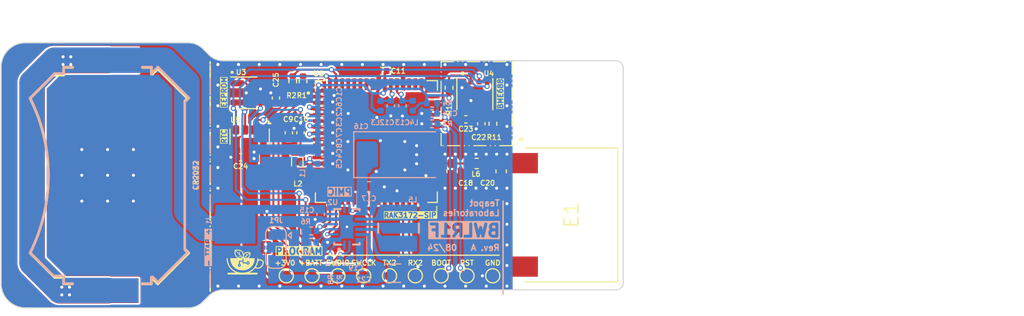
<source format=kicad_pcb>
(kicad_pcb (version 20240108) (generator "pcbnew") (generator_version "8.0")
  (title_block (title "Teapotlabs BWLR1F") (date "2024-01-09") (rev "1") (company "Teapot Laboratories"))
  (layers (0 "F.Cu" signal) (1 "In1.Cu" signal) (2 "In2.Cu" signal) (31 "B.Cu" signal) (34 "B.Paste" user) (35 "F.Paste" user) (36 "B.SilkS" user "B.Silkscreen") (37 "F.SilkS" user "F.Silkscreen") (38 "B.Mask" user) (39 "F.Mask" user) (44 "Edge.Cuts" user))
  (net 0 "")
  (net 1 "GND")
  (net 2 "+3V0")
  (net 3 "/RF")
  (net 4 "/ANT")
  (net 5 "Net-(JP1-B)")
  (net 6 "/SCL")
  (net 9 "/START")
  (net 10 "/SDA")
  (net 11 "/RX2")
  (net 12 "/TX2")
  (net 13 "/SWCLK")
  (net 14 "/SWDIO")
  (net 15 "/RST")
  (net 16 "/BOOT")
  (net 17 "/RDY")
  (net 18 "Net-(U1-VDDMPS)")
  (net 19 "Net-(U1-VFBSMPS)")
  (net 20 "/BATT+")
  (net 21 "Net-(U1-VDDRF)")
  (net 22 "Net-(U1-VDDPA)")
  (net 23 "Net-(U2-CAP)")
  (net 24 "Net-(U1-VLXSMPS)")
  (net 25 "Net-(U2-LX1)")
  (net 26 "Net-(U4-SDO)")
  (net 27 "Net-(U4-CSB)")
  (net 28 "Net-(U2-LX2)")
  (net 29 "Net-(U2-ADR)")
  (net 33 "/RTC_WKUP")
  (net 62 "/+VDP")
  (footprint "Resistor_SMD:R_0402_1005Metric" (layer "F.Cu") (at 149.557999 101.919 90)
    (property "Reference" "R12")
    (property "Value" "10K")
  )
  (footprint "bwlr1f:BAT-SMD_MY-2032-12" (layer "F.Cu") (at 115.94 110.595 -90)
    (property "Reference" "BT2")
    (property "Value" "Battery_Cell")
  )
  (footprint "Capacitor_SMD:C_0603_1608Metric" (layer "F.Cu") (at 154.686 110.158 90)
    (property "Reference" "C20")
    (property "Value" "DNP")
  )
  (footprint "Inductor_SMD:L_0805_2012Metric" (layer "F.Cu") (at 134.62 109.22 -90)
    (property "Reference" "L2")
    (property "Value" "15u")
  )
  (footprint "Package_SON:MicroCrystal_C7_SON-8_1.5x3.2mm_P0.9mm" (layer "F.Cu") (at 129.933999 106.745 -90)
    (property "Reference" "U5")
    (property "Value" "RV-3028-C7")
  )
  (footprint "Inductor_SMD:L_0603_1608Metric" (layer "F.Cu") (at 152.273 109.388)
    (property "Reference" "L6")
    (property "Value" "0")
  )
  (footprint "Capacitor_SMD:C_0402_1005Metric" (layer "F.Cu") (at 132.520999 102.935 -90)
    (property "Reference" "C25")
    (property "Value" "1u")
  )
  (footprint "bwlr1f:XDCR_ANT-915-USP410" (layer "F.Cu") (at 161.603999 114.458 -90)
    (property "Reference" "E1")
    (property "Value" "ANT-915-USP410")
  )
  (footprint "Capacitor_SMD:C_0603_1608Metric" (layer "F.Cu") (at 149.86 110.158 90)
    (property "Reference" "C18")
    (property "Value" "DNP")
  )
  (footprint "TestPoint:TestPoint_Pad_D1.0mm" (layer "F.Cu") (at 151.316999 120.461 180)
    (property "Reference" "TP5")
    (property "Value" "RST")
  )
  (footprint "Resistor_SMD:R_0402_1005Metric" (layer "F.Cu") (at 153.875999 105.475 90)
    (property "Reference" "R11")
    (property "Value" "10K")
  )
  (footprint "bwlr1f:BME680-PSON80P300X300X100-8N" (layer "F.Cu") (at 152.097999 102.554 90)
    (property "Reference" "U4")
    (property "Value" "BME688")
  )
  (footprint "TestPoint:TestPoint_Pad_D1.0mm" (layer "F.Cu") (at 136.076999 120.461)
    (property "Reference" "TP10")
    (property "Value" "BATT+")
  )
  (footprint "Capacitor_SMD:C_0402_1005Metric" (layer "F.Cu") (at 129.044999 108.777)
    (property "Reference" "C24")
    (property "Value" "100n")
  )
  (footprint "TestPoint:TestPoint_Pad_D1.0mm" (layer "F.Cu") (at 148.776999 120.461 180)
    (property "Reference" "TP6")
    (property "Value" "BOOT")
  )
  (footprint "Capacitor_SMD:C_0402_1005Metric" (layer "F.Cu") (at 142.934999 100.268)
    (property "Reference" "C11")
    (property "Value" "100n")
  )
  (footprint "TestPoint:TestPoint_Pad_D1.0mm" (layer "F.Cu") (at 146.236999 120.461 -90)
    (property "Reference" "TP1")
    (property "Value" "RX2")
  )
  (footprint "TestPoint:TestPoint_Pad_D1.0mm" (layer "F.Cu") (at 153.856999 120.461 180)
    (property "Reference" "TP9")
    (property "Value" "GND")
  )
  (footprint "Capacitor_SMD:C_0402_1005Metric" (layer "F.Cu") (at 133.790999 106.364 -90)
    (property "Reference" "C9")
    (property "Value" "470n")
  )
  (footprint "bwlr1f:RAK3172-SiP_LGA75" (layer "F.Cu") (at 142.371847 107.258)
    (property "Reference" "U1")
    (property "Value" "RAK3172-SIP")
  )
  (footprint "Capacitor_SMD:C_0402_1005Metric" (layer "F.Cu") (at 152.732999 105.475 90)
    (property "Reference" "C22")
    (property "Value" "100n")
  )
  (footprint "TestPoint:TestPoint_Pad_D1.0mm" (layer "F.Cu") (at 138.616999 120.461 90)
    (property "Reference" "TP4")
    (property "Value" "SWDIO")
  )
  (footprint "TestPoint:TestPoint_Pad_D1.0mm" (layer "F.Cu") (at 141.156999 120.461 180)
    (property "Reference" "TP3" (hide yes))
    (property "Value" "SWCLK")
  )
  (footprint "Package_TO_SOT_SMD:SOT-23-5" (layer "F.Cu") (at 129.853999 102.427)
    (property "Reference" "U3")
    (property "Value" "ZD24C08A")
  )
  (footprint "Resistor_SMD:R_0402_1005Metric" (layer "F.Cu") (at 134.171999 101.284 90)
    (property "Reference" "R2")
    (property "Value" "4K7")
  )
  (footprint "TestPoint:TestPoint_Pad_D1.0mm" (layer "F.Cu") (at 133.536999 120.461 180)
    (property "Reference" "TP8")
    (property "Value" "3V0")
  )
  (footprint "Resistor_SMD:R_0402_1005Metric" (layer "F.Cu") (at 135.187999 101.284 90)
    (property "Reference" "R1")
    (property "Value" "4K7")
  )
  (footprint "bwlr1f:TeapotLogo4mm" (layer "F.Cu") (at 129.472999 119.064)
    (property "Reference" "G***")
    (property "Value" "LOGO" (hide yes))
  )
  (footprint "TestPoint:TestPoint_Pad_D1.0mm" (layer "F.Cu") (at 143.696999 120.461 180)
    (property "Reference" "TP2")
    (property "Value" "TX2")
  )
  (footprint "Capacitor_SMD:C_0402_1005Metric" (layer "F.Cu") (at 151.208999 105.037 180)
    (property "Reference" "C23")
    (property "Value" "100n")
  )
  (footprint "Capacitor_SMD:C_0402_1005Metric" (layer "F.Cu") (at 134.933999 106.364 -90)
    (property "Reference" "C10")
    (property "Value" "100n")
  )
  (footprint "Capacitor_SMD:C_0402_1005Metric" (layer "B.Cu") (at 144.966999 103.697 90)
    (property "Reference" "C13")
    (property "Value" "1u")
  )
  (footprint "Capacitor_SMD:C_0402_1005Metric" (layer "B.Cu") (at 137.120999 103.316 180)
    (property "Reference" "C6")
    (property "Value" "100n")
  )
  (footprint "Capacitor_SMD:C_0402_1005Metric" (layer "B.Cu") (at 140.318799 118.81)
    (property "Reference" "C19")
    (property "Value" "1u")
  )
  (footprint "Resistor_SMD:R_0402_1005Metric" (layer "B.Cu") (at 136.000799 116.0414 180)
    (property "Reference" "R6")
    (property "Value" "100K")
  )
  (footprint "Capacitor_SMD:C_0402_1005Metric" (layer "B.Cu") (at 143.823999 103.697 90)
    (property "Reference" "C12")
    (property "Value" "1u")
  )
  (footprint "Resistor_SMD:R_0402_1005Metric" (layer "B.Cu") (at 147.887999 105.475 180)
    (property "Reference" "R3")
    (property "Value" "10K")
  )
  (footprint "Capacitor_Tantalum_SMD:CP_EIA-7343-40_Kemet-Y" (layer "B.Cu") (at 144.585999 108.523)
    (property "Reference" "C16")
    (property "Value" "470u")
  )
  (footprint "Jumper:SolderJumper-3_P1.3mm_Open_RoundedPad1.0x1.5mm" (layer "B.Cu") (at 132.520999 117.667 -90)
    (property "Reference" "JP1")
    (property "Value" "OUTPUT_SELECT")
  )
  (footprint "Capacitor_SMD:C_0402_1005Metric" (layer "B.Cu") (at 136.915199 114.4158 90)
    (property "Reference" "C15")
    (property "Value" "1u")
  )
  (footprint "bwlr1f:NBM7100ABQX" (layer "B.Cu") (at 139.505999 115.627848 90)
    (property "Reference" "U2")
    (property "Value" "NBM7100ABQX" (hide yes))
  )
  (footprint "Inductor_SMD:L_0402_1005Metric" (layer "B.Cu") (at 142.807999 103.697 -90)
    (property "Reference" "L3")
    (property "Value" "120")
  )
  (footprint "Capacitor_SMD:C_0402_1005Metric" (layer "B.Cu") (at 137.120999 105.348 180)
    (property "Reference" "C3")
    (property "Value" "4u7")
  )
  (footprint "Inductor_SMD:L_0402_1005Metric" (layer "B.Cu") (at 145.982999 103.697 -90)
    (property "Reference" "L4")
    (property "Value" "120")
  )
  (footprint "Capacitor_SMD:C_0402_1005Metric" (layer "B.Cu") (at 137.120999 104.332 180)
    (property "Reference" "C2")
    (property "Value" "1u")
  )
  (footprint "Capacitor_SMD:C_0402_1005Metric" (layer "B.Cu") (at 147.887999 104.459)
    (property "Reference" "C14")
    (property "Value" "100n")
  )
  (footprint "Resistor_SMD:R_0402_1005Metric" (layer "B.Cu") (at 135.975399 117.159 180)
    (property "Reference" "R5")
    (property "Value" "100K")
  )
  (footprint "Capacitor_SMD:C_0402_1005Metric" (layer "B.Cu") (at 137.120999 102.3 180)
    (property "Reference" "C1")
    (property "Value" "4u7")
  )
  (footprint "Resistor_SMD:R_0402_1005Metric" (layer "B.Cu") (at 137.829599 119.318 90)
    (property "Reference" "R8")
    (property "Value" "1K")
  )
  (footprint "Capacitor_SMD:C_0402_1005Metric" (layer "B.Cu") (at 137.120999 107.38 180)
    (property "Reference" "C8")
    (property "Value" "100n")
  )
  (footprint "bwlr1f:Battery_Pad" (layer "B.Cu") (at 128.075999 117.657 -90)
    (property "Reference" "J1")
    (property "Value" "Conn_01x02")
  )
  (footprint "Resistor_SMD:R_0402_1005Metric" (layer "B.Cu") (at 138.845599 119.318 90)
    (property "Reference" "R7")
    (property "Value" "1K")
  )
  (footprint "Resistor_SMD:R_0402_1005Metric" (layer "B.Cu") (at 147.887999 103.443)
    (property "Reference" "R4")
    (property "Value" "10K")
  )
  (footprint "bwlr1f:BAT-SMD_MY-2032-12" (layer "B.Cu") (at 115.95 110.555 90)
    (property "Reference" "BT1")
    (property "Value" "Battery_Cell")
  )
  (footprint "bwlr1f:74404042150" (layer "B.Cu") (at 144.585999 115.762 90)
    (property "Reference" "L5")
    (property "Value" "15u" (hide yes))
  )
  (footprint "Capacitor_SMD:C_0603_1608Metric" (layer "B.Cu") (at 141.664999 111.698 180)
    (property "Reference" "C17")
    (property "Value" "10u")
  )
  (footprint "Capacitor_SMD:C_0402_1005Metric" (layer "B.Cu") (at 137.120999 106.364 180)
    (property "Reference" "C7")
    (property "Value" "100n")
  )
  (footprint "Capacitor_SMD:C_0402_1005Metric" (layer "B.Cu") (at 137.120999 109.412 180)
    (property "Reference" "C5")
    (property "Value" "100n")
  )
  (footprint "Capacitor_SMD:C_1206_3216Metric" (layer "B.Cu") (at 144.077999 120.207 180)
    (property "Reference" "C21")
    (property "Value" "22u")
  )
  (footprint "Capacitor_SMD:C_0402_1005Metric" (layer "B.Cu") (at 137.120999 108.396 180)
    (property "Reference" "C4")
    (property "Value" "4u7")
  )
  (footprint "Inductor_SMD:L_0402_1005Metric" (layer "B.Cu") (at 135.060999 108.904 -90)
    (property "Reference" "L1")
    (property "Value" "120")
  )
  (gr_line (start 154.872999 113.095) (end 154.872999 122.239) (stroke (width 0.15)) (layer "B.SilkS"))
  (gr_line (start 126.043999 119.953) (end 126.043999 121.985) (stroke (width 0.15) (type dash_dot)) (layer "B.SilkS"))
  (gr_line (start 126.043999 114.111) (end 126.043999 99.633) (stroke (width 0.15) (type dash_dot)) (layer "B.SilkS"))
  (gr_line (start 137.600999 118.429) (end 154.491999 118.429) (stroke (width 0.12)) (layer "F.SilkS"))
  (gr_line (start 148.345199 114.7968) (end 148.345199 113.603) (stroke (width 0.1)) (layer "F.SilkS"))
  (gr_circle (center 128.202999 100.395) (end 128.279199 100.395) (stroke (width 0.15)) (fill solid) (layer "F.SilkS"))
  (gr_line (start 126.043999 121.985) (end 126.043999 99.379) (stroke (width 0.15) (type dash_dot_dot)) (layer "F.SilkS"))
  (gr_rect (start 148.776999 99.3536) (end 155.761999 107.634) (stroke (width 0.11) (type dash_dot_dot)) (fill none) (layer "F.SilkS"))
  (gr_line (start 125.913778 98.674518) (end 125.313788 98.074833) (stroke (width 0.1)) (layer "Edge.Cuts"))
  (gr_arc (start 166.702471 121.128) (mid 166.491405 121.637558) (end 165.981847 121.848624) (stroke (width 0.1)) (layer "Edge.Cuts"))
  (gr_line (start 166.702471 121.128) (end 166.702471 99.978) (stroke (width 0.1)) (layer "Edge.Cuts"))
  (gr_arc (start 125.913839 122.434797) (mid 126.562556 122.00152) (end 127.32768 121.84937) (stroke (width 0.1)) (layer "Edge.Cuts"))
  (gr_arc (start 107.869999 123.62) (mid 106.172943 122.917056) (end 105.469999 121.22) (stroke (width 0.1)) (layer "Edge.Cuts"))
  (gr_line (start 123.899904 123.62) (end 107.869999 123.62) (stroke (width 0.1)) (layer "Edge.Cuts"))
  (gr_arc (start 125.313758 123.034573) (mid 124.665036 123.467858) (end 123.899904 123.62) (stroke (width 0.1)) (layer "Edge.Cuts"))
  (gr_arc (start 105.469999 99.889999) (mid 106.172943 98.192943) (end 107.869999 97.489999) (stroke (width 0.1)) (layer "Edge.Cuts"))
  (gr_arc (start 123.89986 97.489407) (mid 124.665024 97.641548) (end 125.313788 98.074833) (stroke (width 0.1)) (layer "Edge.Cuts"))
  (gr_line (start 125.913839 122.434797) (end 125.313758 123.034573) (stroke (width 0.1)) (layer "Edge.Cuts"))
  (gr_arc (start 165.981847 99.257376) (mid 166.491405 99.468442) (end 166.702471 99.978) (stroke (width 0.1)) (layer "Edge.Cuts"))
  (gr_arc (start 127.327765 99.259945) (mid 126.562552 99.10784) (end 125.913778 98.674518) (stroke (width 0.1)) (layer "Edge.Cuts"))
  (gr_line (start 123.89986 97.489407) (end 107.869999 97.489999) (stroke (width 0.1)) (layer "Edge.Cuts"))
  (gr_line (start 165.981847 99.257376) (end 127.327765 99.259945) (stroke (width 0.1)) (layer "Edge.Cuts"))
  (gr_line (start 105.469999 99.889999) (end 105.469999 121.22) (stroke (width 0.1)) (layer "Edge.Cuts"))
  (gr_line (start 127.32768 121.84937) (end 165.981847 121.84911) (stroke (width 0.1)) (layer "Edge.Cuts"))
  (gr_text "Rev. A   08/24" (at 154.618999 118.048 0) (layer "B.SilkS") (effects (font (size 0.6 0.6) (thickness 0.13) (bold yes)) (justify left bottom mirror)))
  (gr_text "CR2032" (at 124.646999 110.555 90) (layer "B.SilkS") (effects (font (size 0.5 0.5) (thickness 0.1) (bold yes)) (justify mirror)))
  (gr_text "+ BATT -" (at 126.170999 117.667 90) (layer "B.SilkS" knockout) (effects (font (size 0.5 0.5) (thickness 0.125) (bold yes)) (justify bottom mirror)))
  (gr_text "PMIC" (at 138.794799 112.587 0) (layer "B.SilkS" knockout) (effects (font (size 0.65 0.65) (thickness 0.1625) (bold yes)) (justify bottom mirror)))
  (gr_text "Teapot\nLaboratories" (at 154.618999 114.619 0) (layer "B.SilkS") (effects (font (size 0.6 0.6) (thickness 0.13) (bold yes)) (justify left bottom mirror)))
  (gr_text "BWLR1F" (at 154.745999 116.016 0) (layer "B.SilkS" knockout) (effects (font (size 1.2 1.2) (thickness 0.3) (bold yes)) (justify left mirror)))
  (gr_text "RTC" (at 127.415599 107.507 90) (layer "F.SilkS" knockout) (effects (font (size 0.5 0.5) (thickness 0.125) (bold yes)) (justify left)))
  (gr_text "PROGRAM" (at 132.393999 118.048 0) (layer "F.SilkS" knockout) (effects (font (size 0.65 0.65) (thickness 0.1625) (bold yes)) (justify left)))
  (gr_text "BME688" (at 154.618999 104.078 90) (layer "F.SilkS" knockout) (effects (font (size 0.5 0.5) (thickness 0.125) (bold yes)) (justify left)))
  (gr_text "RX2\n" (at 146.236999 119.191 0) (layer "F.SilkS") (effects (font (size 0.5 0.5) (thickness 0.1) (bold yes))))
  (gr_text "SWDIO" (at 138.616999 119.191 0) (layer "F.SilkS") (effects (font (size 0.5 0.5) (thickness 0.1) (bold yes))))
  (gr_text "EEPROM" (at 127.415599 103.951 90) (layer "F.SilkS" knockout) (effects (font (size 0.5 0.5) (thickness 0.125) (bold yes)) (justify left)))
  (gr_text "TX2" (at 143.696999 119.191 0) (layer "F.SilkS") (effects (font (size 0.5 0.5) (thickness 0.1) (bold yes))))
  (gr_text "CR2032" (at 124.646999 110.555 90) (layer "F.SilkS") (effects (font (size 0.5 0.5) (thickness 0.1) (bold yes))))
  (gr_text "+3V0" (at 133.409999 119.191 0) (layer "F.SilkS") (effects (font (size 0.5 0.5) (thickness 0.1) (bold yes))))
  (gr_text "SWCLK" (at 141.156999 119.191 0) (layer "F.SilkS") (effects (font (size 0.5 0.5) (thickness 0.1) (bold yes))))
  (gr_text "RST" (at 151.316999 119.191 0) (layer "F.SilkS") (effects (font (size 0.5 0.5) (thickness 0.1) (bold yes))))
  (gr_text "+BATT" (at 135.949999 119.191 0) (layer "F.SilkS") (effects (font (size 0.5 0.5) (thickness 0.1) (bold yes))))
  (gr_text "RAK3172-SIP" (at 143.061999 114.492 0) (layer "F.SilkS" knockout) (effects (font (size 0.5 0.5) (thickness 0.125) (bold yes)) (justify left)))
  (gr_text "GND" (at 153.856999 119.191 0) (layer "F.SilkS") (effects (font (size 0.5 0.5) (thickness 0.1) (bold yes))))
  (gr_text "BOOT" (at 148.776999 119.191 0) (layer "F.SilkS") (effects (font (size 0.5 0.5) (thickness 0.1) (bold yes))))
  (segment (start 151.697999 103.754) (end 151.697999 103.208) (width 0.25) (layer "F.Cu") (net 1))
  (segment (start 151.697999 103.208) (end 151.716999 103.189) (width 0.25) (layer "F.Cu") (net 1))
  (segment (start 142.454999 100.268) (end 142.631847 100.444848) (width 0.25) (layer "F.Cu") (net 1))
  (segment (start 151.688999 103.763) (end 151.697999 103.754) (width 0.25) (layer "F.Cu") (net 1))
  (segment (start 128.564999 108.777) (end 128.564999 107.4265) (width 0.25) (layer "F.Cu") (net 1))
  (segment (start 150.897999 101.849) (end 150.827999 101.919) (width 0.25) (layer "F.Cu") (net 1))
  (segment (start 147.285999 110.588) (end 148.041847 110.588) (width 0.25) (layer "F.Cu") (net 1))
  (segment (start 128.075999 108.777) (end 128.564999 108.777) (width 0.25) (layer "F.Cu") (net 1))
  (segment (start 151.688999 105.037) (end 151.688999 103.763) (width 0.25) (layer "F.Cu") (net 1))
  (segment (start 134.261999 105.884) (end 133.790999 105.884) (width 0.25) (layer "F.Cu") (net 1))
  (segment (start 132.520999 102.455) (end 132.040999 102.455) (width 0.25) (layer "F.Cu") (net 1))
  (segment (start 129.599999 102.427) (end 128.716499 102.427) (width 0.25) (layer "F.Cu") (net 1))
  (segment (start 152.732999 105.955) (end 152.252999 105.955) (width 0.25) (layer "F.Cu") (net 1))
  (segment (start 130.991499 101.477) (end 130.991499 102.0405) (width 0.25) (layer "F.Cu") (net 1))
  (segment (start 150.897999 101.354) (end 150.897999 101.849) (width 0.25) (layer "F.Cu") (net 1))
  (segment (start 134.298999 105.921) (end 134.261999 105.884) (width 0.25) (layer "F.Cu") (net 1))
  (segment (start 152.252999 105.955) (end 152.224999 105.983) (width 0.25) (layer "F.Cu") (net 1))
  (segment (start 132.040999 102.455) (end 132.012999 102.427) (width 0.25) (layer "F.Cu") (net 1))
  (segment (start 128.564999 107.4265) (end 128.583999 107.4075) (width 0.25) (layer "F.Cu") (net 1))
  (segment (start 134.933999 105.413) (end 134.933999 105.884) (width 0.25) (layer "F.Cu") (net 1))
  (segment (start 142.631847 100.444848) (end 142.631847 101.578) (width 0.25) (layer "F.Cu") (net 1))
  (segment (start 144.431847 112.079) (end 144.431847 112.878) (width 0.25) (layer "F.Cu") (net 1))
  (segment (start 152.840999 120.461) (end 153.856999 120.461) (width 0.25) (layer "F.Cu") (net 1))
  (segment (start 130.991499 102.0405) (end 130.996999 102.046) (width 0.25) (layer "F.Cu") (net 1))
  (via (at 140.014698 118.302699) (size 0.4) (drill 0.25) (layers "F.Cu" "B.Cu") (net 1))
  (via (at 126.805999 99.633) (size 0.5) (drill 0.3) (layers "F.Cu" "B.Cu") (net 1))
  (via (at 136.379199 114.8958) (size 0.5) (drill 0.3) (layers "F.Cu" "B.Cu") (net 1))
  (via (at 138.108999 105.348) (size 0.5) (drill 0.3) (layers "F.Cu" "B.Cu") (net 1))
  (via (at 115.95 110.555) (size 0.5) (drill 0.3) (layers "F.Cu" "B.Cu") (net 1))
  (via (at 138.108999 104.332) (size 0.5) (drill 0.3) (layers "F.Cu" "B.Cu") (net 1))
  (via (at 147.285999 110.588) (size 0.5) (drill 0.3) (layers "F.Cu" "B.Cu") (net 1))
  (via (at 151.716999 103.189) (size 0.5) (drill 0.3) (layers "F.Cu" "B.Cu") (net 1))
  (via (at 155.253999 115.381) (size 0.5) (drill 0.3) (layers "F.Cu" "B.Cu") (net 1))
  (via (at 145.093999 99.633) (size 0.5) (drill 0.3) (layers "F.Cu" "B.Cu") (net 1))
  (via (at 142.393713 110.184337) (size 0.5) (drill 0.3) (layers "F.Cu" "B.Cu") (net 1))
  (via (at 139.505999 115.635) (size 0.4) (drill 0.25) (layers "F.Cu" "B.Cu") (net 1))
  (via (at 153.221999 99.633) (size 0.5) (drill 0.3) (layers "F.Cu" "B.Cu") (net 1))
  (via (at 128.837999 121.477) (size 0.5) (drill 0.3) (layers "F.Cu" "B.Cu") (net 1))
  (via (at 143.823999 104.696) (size 0.5) (drill 0.3) (layers "F.Cu" "B.Cu") (net 1))
  (via (at 137.600999 117.159) (size 0.5) (drill 0.3) (layers "F.Cu" "B.Cu") (net 1))
  (via (at 146.490999 119.572) (size 0.5) (drill 0.3) (layers "F.Cu" "B.Cu") (net 1))
  (via (at 151.189999 99.633) (size 0.5) (drill 0.3) (layers "F.Cu" "B.Cu") (net 1))
  (via (at 144.966999 104.713) (size 0.5) (drill 0.3) (layers "F.Cu" "B.Cu") (net 1))
  (via (at 154.237999 111.825) (size 0.5) (drill 0.3) (layers "F.Cu" "B.Cu") (net 1))
  (via (at 146.363999 109.412) (size 0.5) (drill 0.3) (layers "F.Cu" "B.Cu") (net 1))
  (via (at 155.253999 111.825) (size 0.5) (drill 0.3) (layers "F.Cu" "B.Cu") (net 1))
  (via (at 129.599999 102.427) (size 0.5) (drill 0.3) (layers "F.Cu" "B.Cu") (net 1))
  (via (at 151.189999 108.4722) (size 0.5) (drill 0.3) (layers "F.Cu" "B.Cu") (net 1))
  (via (at 145.201847 107.228) (size 0.5) (drill 0.3) (layers "F.Cu" "B.Cu") (net 1))
  (via (at 126.805999 101.665) (size 0.5) (drill 0.3) (layers "F.Cu" "B.Cu") (net 1))
  (via (at 132.901999 121.477) (size 0.5) (drill 0.3) (layers "F.Cu" "B.Cu") (net 1))
  (via (at 141.029999 121.477) (size 0.5) (drill 0.3) (layers "F.Cu" "B.Cu") (net 1))
  (via (at 146.871999 104.459) (size 0.5) (drill 0.3) (layers "F.Cu" "B.Cu") (net 1))
  (via (at 155.253999 113.349) (size 0.5) (drill 0.3) (layers "F.Cu" "B.Cu") (net 1))
  (via (at 138.997999 99.633) (size 0.5) (drill 0.3) (layers "F.Cu" "B.Cu") (net 1))
  (via (at 115.95 113.095) (size 0.5) (drill 0.3) (layers "F.Cu" "B.Cu") (net 1))
  (via (at 130.869999 121.477) (size 0.5) (drill 0.3) (layers "F.Cu" "B.Cu") (net 1))
  (via (at 147.125999 121.477) (size 0.5) (drill 0.3) (layers "F.Cu" "B.Cu") (net 1))
  (via (at 139.601847 110.028) (size 0.5) (drill 0.3) (layers "F.Cu" "B.Cu") (net 1))
  (via (at 146.363999 107.634) (size 0.5) (drill 0.3) (layers "F.Cu" "B.Cu") (net 1))
  (via (at 115.95 108.015) (size 0.5) (drill 0.3) (layers "F.Cu" "B.Cu") (net 1))
  (via (at 150.827999 101.919) (size 0.5) (drill 0.3) (layers "F.Cu" "B.Cu") (net 1))
  (via (at 152.205999 108.4722) (size 0.5) (drill 0.3) (layers "F.Cu" "B.Cu") (net 1))
  (via (at 142.450522 104.847603) (size 0.5) (drill 0.3) (layers "F.Cu" "B.Cu") (net 1))
  (via (at 152.224999 105.983) (size 0.5) (drill 0.3) (layers "F.Cu" "B.Cu") (net 1))
  (via (at 126.805999 105.729) (size 0.5) (drill 0.3) (layers "F.Cu" "B.Cu") (net 1))
  (via (at 132.901999 99.633) (size 0.5) (drill 0.3) (layers "F.Cu" "B.Cu") (net 1))
  (via (at 134.933999 99.633) (size 0.5) (drill 0.3) (layers "F.Cu" "B.Cu") (net 1))
  (via (at 138.108999 106.364) (size 0.5) (drill 0.3) (layers "F.Cu" "B.Cu") (net 1))
  (via (at 130.996999 102.046) (size 0.5) (drill 0.3) (layers "F.Cu" "B.Cu") (net 1))
  (via (at 149.157999 121.477) (size 0.5) (drill 0.3) (layers "F.Cu" "B.Cu") (net 1))
  (via (at 143.061999 121.477) (size 0.5) (drill 0.3) (layers "F.Cu" "B.Cu") (net 1))
  (via (at 126.805999 107.761) (size 0.5) (drill 0.3) (layers "F.Cu" "B.Cu") (net 1))
  (via (at 149.157999 108.4722) (size 0.5) (drill 0.3) (layers "F.Cu" "B.Cu") (net 1))
  (via (at 134.933999 105.413) (size 0.5) (drill 0.3) (layers "F.Cu" "B.Cu") (net 1))
  (via (at 126.805999 109.793) (size 0.5) (drill 0.3) (layers "F.Cu" "B.Cu") (net 1))
  (via (at 147.125999 99.633) (size 0.5) (drill 0.3) (layers "F.Cu" "B.Cu") (net 1))
  (via (at 128.075999 108.777) (size 0.5) (drill 0.3) (layers "F.Cu" "B.Cu") (net 1))
  (via (at 152.205999 111.825) (size 0.5) (drill 0.3) (layers "F.Cu" "B.Cu") (net 1))
  (via (at 138.108999 109.412) (size 0.5) (drill 0.3) (layers "F.Cu" "B.Cu") (net 1))
  (via (at 138.235999 102.681) (size 0.5) (drill 0.3) (layers "F.Cu" "B.Cu") (net 1))
  (via (at 155.253999 119.445) (size 0.5) (drill 0.3) (layers "F.Cu" "B.Cu") (net 1))
  (via (at 155.253999 105.729) (size 0.5) (drill 0.3) (layers "F.Cu" "B.Cu") (net 1))
  (via (at 130.869999 99.633) (size 0.5) (drill 0.3) (layers "F.Cu" "B.Cu") (net 1))
  (via (at 118.49 110.555) (size 0.5) (drill 0.3) (layers "F.Cu" "B.Cu") (net 1))
  (via (at 136.965999 99.633) (size 0.5) (drill 0.3) (layers "F.Cu" "B.Cu") (net 1))
  (via (at 151.189999 121.477) (size 0.5) (drill 0.3) (layers "F.Cu" "B.Cu") (net 1))
  (via (at 150.173999 108.4722) (size 0.5) (drill 0.3) (layers "F.Cu" "B.Cu") (net 1))
  (via (at 154.237999 108.4722) (size 0.5) (drill 0.3) (layers "F.Cu" "B.Cu") (net 1))
  (via (at 144.431847 112.079) (size 0.5) (drill 0.3) (layers "F.Cu" "B.Cu") (net 1))
  (via (at 134.933999 121.477) (size 0.5) (drill 0.3) (layers "F.Cu" "B.Cu") (net 1))
  (via (at 146.871999 105.475) (size 0.5) (drill 0.3) (layers "F.Cu" "B.Cu") (net 1))
  (via (at 146.363999 108.523) (size 0.5) (drill 0.3) (layers "F.Cu" "B.Cu") (net 1))
  (via (at 153.221999 108.4722) (size 0.5) (drill 0.3) (layers "F.Cu" "B.Cu") (net 1))
  (via (at 155.253999 121.477) (size 0.5) (drill 0.3) (layers "F.Cu" "B.Cu") (net 1))
  (via (at 142.80037 107.135256) (size 0.5) (drill 0.3) (layers "F.Cu" "B.Cu") (net 1))
  (via (at 126.805999 121.477) (size 0.5) (drill 0.3) (layers "F.Cu" "B.Cu") (net 1))
  (via (at 118.49 113.095) (size 0.5) (drill 0.3) (layers "F.Cu" "B.Cu") (net 1))
  (via (at 113.41 113.095) (size 0.5) (drill 0.3) (layers "F.Cu" "B.Cu") (net 1))
  (via (at 151.189999 111.825) (size 0.5) (drill 0.3) (layers "F.Cu" "B.Cu") (net 1))
  (via (at 153.221999 121.477) (size 0.5) (drill 0.3) (layers "F.Cu" "B.Cu") (net 1))
  (via (at 145.093999 121.477) (size 0.5) (drill 0.3) (layers "F.Cu" "B.Cu") (net 1))
  (via (at 113.41 110.555) (size 0.5) (drill 0.3) (layers "F.Cu" "B.Cu") (net 1))
  (via (at 118.49 108.015) (size 0.5) (drill 0.3) (layers "F.Cu" "B.Cu") (net 1))
  (via (at 139.601847 107.228) (size 0.5) (drill 0.3) (layers "F.Cu" "B.Cu") (net 1))
  (via (at 143.188999 111.698) (size 0.5) (drill 0.3) (layers "F.Cu" "B.Cu") (net 1))
  (via (at 145.201847 110.028) (size 0.5) (drill 0.3) (layers "F.Cu" "B.Cu") (net 1))
  (via (at 139.632999 104.459) (size 0.5) (drill 0.3) (layers "F.Cu" "B.Cu") (net 1))
  (via (at 138.997999 121.477) (size 0.5) (drill 0.3) (layers "F.Cu" "B.Cu") (net 1))
  (via (at 138.108999 108.396) (size 0.5) (drill 0.3) (layers "F.Cu" "B.Cu") (net 1))
  (via (at 134.298999 105.921) (size 0.5) (drill 0.3) (layers "F.Cu" "B.Cu") (net 1))
  (via (at 138.108999 107.38) (size 0.5) (drill 0.3) (layers "F.Cu" "B.Cu") (net 1))
  (via (at 126.805999 103.697) (size 0.5) (drill 0.3) (layers "F.Cu" "B.Cu") (net 1))
  (via (at 152.840999 120.461) (size 0.5) (drill 0.3) (layers "F.Cu" "B.Cu") (net 1))
  (via (at 128.837999 99.633) (size 0.5) (drill 0.3) (layers "F.Cu" "B.Cu") (net 1))
  (via (at 126.805999 111.825) (size 0.5) (drill 0.3) (layers "F.Cu" "B.Cu") (net 1))
  (via (at 155.253999 103.697) (size 0.5) (drill 0.3) (layers "F.Cu" "B.Cu") (net 1))
  (via (at 153.221999 111.825) (size 0.5) (drill 0.3) (layers "F.Cu" "B.Cu") (net 1))
  (via (at 113.41 108.015) (size 0.5) (drill 0.3) (layers "F.Cu" "B.Cu") (net 1))
  (via (at 149.157999 111.825) (size 0.5) (drill 0.3) (layers "F.Cu" "B.Cu") (net 1))
  (via (at 143.061999 99.633) (size 0.5) (drill 0.3) (layers "F.Cu" "B.Cu") (net 1))
  (via (at 138.108999 103.316) (size 0.5) (drill 0.3) (layers "F.Cu" "B.Cu") (net 1))
  (via (at 136.965999 121.477) (size 0.5) (drill 0.3) (layers "F.Cu" "B.Cu") (net 1))
  (via (at 155.253999 117.413) (size 0.5) (drill 0.3) (layers "F.Cu" "B.Cu") (net 1))
  (via (at 150.173999 111.825) (size 0.5) (drill 0.3) (layers "F.Cu" "B.Cu") (net 1))
  (via (at 155.253999 108.4722) (size 0.5) (drill 0.3) (layers "F.Cu" "B.Cu") (net 1))
  (via (at 155.253999 99.633) (size 0.5) (drill 0.3) (layers "F.Cu" "B.Cu") (net 1))
  (via (at 149.157999 99.633) (size 0.5) (drill 0.3) (layers "F.Cu" "B.Cu") (net 1))
  (via (at 155.253999 101.665) (size 0.5) (drill 0.3) (layers "F.Cu" "B.Cu") (net 1))
  (via (at 126.805999 99.633) (size 0.5) (drill 0.3) (layers "F.Cu" "B.Cu") (net 1))
  (via (at 132.012999 102.427) (size 0.5) (drill 0.3) (layers "F.Cu" "B.Cu") (net 1))
  (via (at 141.029999 99.633) (size 0.5) (drill 0.3) (layers "F.Cu" "B.Cu") (net 1))
  (segment (start 137.854999 102.3) (end 138.235999 102.681) (width 0.25) (layer "B.Cu") (net 1))
  (segment (start 136.933151 114.877848) (end 136.915199 114.8958) (width 0.25) (layer "B.Cu") (net 1))
  (segment (start 147.407999 104.459) (end 146.871999 104.459) (width 0.25) (layer "B.Cu") (net 1))
  (segment (start 144.966999 104.713) (end 144.966999 104.177) (width 0.25) (layer "B.Cu") (net 1))
  (segment (start 137.600999 107.38) (end 138.108999 107.38) (width 0.25) (layer "B.Cu") (net 1))
  (segment (start 138.205999 114.877848) (end 136.933151 114.877848) (width 0.25) (layer "B.Cu") (net 1))
  (segment (start 137.600999 108.396) (end 138.108999 108.396) (width 0.25) (layer "B.Cu") (net 1))
  (segment (start 138.108999 103.316) (end 137.600999 103.316) (width 0.25) (layer "B.Cu") (net 1))
  (segment (start 145.855999 120.207) (end 145.552999 120.207) (width 0.25) (layer "B.Cu") (net 1))
  (segment (start 143.823999 104.177) (end 143.823999 104.696) (width 0.25) (layer "B.Cu") (net 1))
  (segment (start 140.805999 115.377848) (end 139.755999 115.377848) (width 0.25) (layer "B.Cu") (net 1))
  (segment (start 137.600999 109.412) (end 138.108999 109.412) (width 0.25) (layer "B.Cu") (net 1))
  (segment (start 137.882151 116.877848) (end 137.600999 117.159) (width 0.25) (layer "B.Cu") (net 1))
  (segment (start 138.205999 116.877848) (end 137.882151 116.877848) (width 0.25) (layer "B.Cu") (net 1))
  (segment (start 147.377999 105.475) (end 146.871999 105.475) (width 0.25) (layer "B.Cu") (net 1))
  (segment (start 146.490999 119.572) (end 145.855999 120.207) (width 0.25) (layer "B.Cu") (net 1))
  (segment (start 139.505999 116.057848) (end 139.505999 115.635) (width 0.25) (layer "B.Cu") (net 1))
  (segment (start 139.505999 115.635) (end 139.505999 115.627848) (width 0.25) (layer "B.Cu") (net 1))
  (segment (start 140.014698 118.634101) (end 139.838799 118.81) (width 0.25) (layer "B.Cu") (net 1))
  (segment (start 147.698499 108.523) (end 147.252999 108.523) (width 0.25) (layer "B.Cu") (net 1))
  (segment (start 138.205999 116.877848) (end 138.685999 116.877848) (width 0.25) (layer "B.Cu") (net 1))
  (segment (start 143.188999 111.698) (end 142.439999 111.698) (width 0.25) (layer "B.Cu") (net 1))
  (segment (start 140.014698 118.302699) (end 140.014698 118.634101) (width 0.25) (layer "B.Cu") (net 1))
  (segment (start 138.108999 105.348) (end 137.600999 105.348) (width 0.25) (layer "B.Cu") (net 1))
  (segment (start 139.755999 115.377848) (end 139.505999 115.627848) (width 0.25) (layer "B.Cu") (net 1))
  (segment (start 138.108999 106.364) (end 137.600999 106.364) (width 0.25) (layer "B.Cu") (net 1))
  (segment (start 136.379199 114.8958) (end 136.915199 114.8958) (width 0.25) (layer "B.Cu") (net 1))
  (segment (start 138.685999 116.877848) (end 139.505999 116.057848) (width 0.25) (layer "B.Cu") (net 1))
  (segment (start 137.600999 104.332) (end 138.108999 104.332) (width 0.25) (layer "B.Cu") (net 1))
  (segment (start 137.600999 102.3) (end 137.854999 102.3) (width 0.25) (layer "B.Cu") (net 1))
  (segment (start 150.897999 103.754) (end 149.928998 103.754) (width 0.25) (layer "F.Cu") (net 2))
  (segment (start 135.848399 105.6782) (end 135.971199 105.801) (width 0.25) (layer "F.Cu") (net 2))
  (segment (start 152.497999 103.754) (end 152.497999 102.827) (width 0.25) (layer "F.Cu") (net 2))
  (segment (start 151.208999 102.554) (end 150.897999 102.865) (width 0.25) (layer "F.Cu") (net 2))
  (segment (start 131.885999 120.461) (end 131.504999 120.08) (width 0.25) (layer "F.Cu") (net 2))
  (segment (start 153.722999 105.985) (end 152.732999 104.995) (width 0.25) (layer "F.Cu") (net 2))
  (segment (start 135.655599 104.601) (end 136.755847 104.601) (width 0.25) (layer "F.Cu") (net 2))
  (segment (start 131.029499 103.415) (end 130.991499 103.377) (width 0.25) (layer "F.Cu") (net 2))
  (segment (start 150.897999 104.868) (end 150.728999 105.037) (width 0.25) (layer "F.Cu") (net 2))
  (segment (start 135.912999 106.401) (end 135.822999 106.491) (width 0.25) (layer "F.Cu") (net 2))
  (segment (start 149.928998 103.754) (end 149.557999 103.383001) (width 0.25) (layer "F.Cu") (net 2))
  (segment (start 152.497999 103.754) (end 152.497999 104.229001) (width 0.25) (layer "F.Cu") (net 2))
  (segment (start 152.224999 102.554) (end 151.208999 102.554) (width 0.25) (layer "F.Cu") (net 2))
  (segment (start 132.520999 103.415) (end 131.029499 103.415) (width 0.25) (layer "F.Cu") (net 2))
  (segment (start 149.557999 103.383001) (end 149.557999 102.429) (width 0.25) (layer "F.Cu") (net 2))
  (segment (start 131.504999 120.08) (end 131.504999 117.9972) (width 0.25) (layer "F.Cu") (net 2))
  (segment (start 129.483999 107.645) (end 129.483999 107.4075) (width 0.25) (layer "F.Cu") (net 2))
  (segment (start 136.711999 101.665) (end 134.300999 101.665) (width 0.25) (layer "F.Cu") (net 2))
  (segment (start 130.383999 107.4075) (end 129.483999 107.4075) (width 0.25) (layer "F.Cu") (net 2))
  (segment (start 133.536999 120.461) (end 131.885999 120.461) (width 0.25) (layer "F.Cu") (net 2))
  (segment (start 135.822999 103.824) (end 135.999999 104.001) (width 0.25) (layer "F.Cu") (net 2))
  (segment (start 134.300999 101.665) (end 134.171999 101.794) (width 0.25) (layer "F.Cu") (net 2))
  (segment (start 150.897999 103.754) (end 150.897999 104.868) (width 0.25) (layer "F.Cu") (net 2))
  (segment (start 143.231847 102.3133) (end 143.089034 102.456113) (width 0.25) (layer "F.Cu") (net 2))
  (segment (start 130.996999 103.951) (end 130.991499 103.9455) (width 0.25) (layer "F.Cu") (net 2))
  (segment (start 143.414999 100.268) (end 143.231847 100.451152) (width 0.25) (layer "F.Cu") (net 2))
  (segment (start 152.732999 104.464001) (end 152.732999 104.995) (width 0.25) (layer "F.Cu") (net 2))
  (segment (start 136.755847 106.401) (end 135.912999 106.401) (width 0.25) (layer "F.Cu") (net 2))
  (segment (start 135.645199 104.6114) (end 135.655599 104.601) (width 0.25) (layer "F.Cu") (net 2))
  (segment (start 150.897999 102.865) (end 150.897999 103.754) (width 0.25) (layer "F.Cu") (net 2))
  (segment (start 152.497999 102.827) (end 152.224999 102.554) (width 0.25) (layer "F.Cu") (net 2))
  (segment (start 135.999999 104.001) (end 136.755847 104.001) (width 0.25) (layer "F.Cu") (net 2))
  (segment (start 135.971199 105.801) (end 136.755847 105.801) (width 0.25) (layer "F.Cu") (net 2))
  (segment (start 152.497999 104.229001) (end 152.732999 104.464001) (width 0.25) (layer "F.Cu") (net 2))
  (segment (start 143.231847 101.578) (end 143.231847 102.3133) (width 0.25) (layer "F.Cu") (net 2))
  (segment (start 143.231847 100.451152) (end 143.231847 101.578) (width 0.25) (layer "F.Cu") (net 2))
  (segment (start 130.991499 103.9455) (end 130.991499 103.377) (width 0.25) (layer "F.Cu") (net 2))
  (via (at 130.361999 108.904) (size 0.5) (drill 0.3) (layers "F.Cu" "B.Cu") (net 2))
  (via (at 135.822999 106.491) (size 0.5) (drill 0.3) (layers "F.Cu" "B.Cu") (net 2))
  (via (at 130.361999 108.269) (size 0.5) (drill 0.3) (layers "F.Cu" "B.Cu") (net 2))
  (via (at 143.089034 102.456113) (size 0.5) (drill 0.3) (layers "F.Cu" "B.Cu") (net 2))
  (via (at 130.996999 103.951) (size 0.5) (drill 0.3) (layers "F.Cu" "B.Cu") (net 2))
  (via (at 135.645199 104.6114) (size 0.5) (drill 0.3) (layers "F.Cu" "B.Cu") (net 2))
  (via (at 149.557999 102.935) (size 0.5) (drill 0.3) (layers "F.Cu" "B.Cu") (net 2))
  (via (at 135.848399 105.6782) (size 0.5) (drill 0.3) (layers "F.Cu" "B.Cu") (net 2))
  (via (at 131.504999 117.9972) (size 0.5) (drill 0.3) (layers "F.Cu" "B.Cu") (net 2))
  (via (at 131.504999 117.3622) (size 0.5) (drill 0.3) (layers "F.Cu" "B.Cu") (net 2))
  (via (at 135.822999 103.824) (size 0.5) (drill 0.3) (layers "F.Cu" "B.Cu") (net 2))
  (via (at 136.711999 101.665) (size 0.5) (drill 0.3) (layers "F.Cu" "B.Cu") (net 2))
  (segment (start 141.156999 101.665) (end 141.971799 102.4798) (width 0.25) (layer "B.Cu") (net 2))
  (segment (start 136.711999 101.665) (end 136.640999 101.736) (width 0.25) (layer "B.Cu") (net 2))
  (segment (start 135.645199 104.6114) (end 135.746799 104.713) (width 0.25) (layer "B.Cu") (net 2))
  (segment (start 129.980999 108.142) (end 129.980999 104.967) (width 0.25) (layer "B.Cu") (net 2))
  (segment (start 135.337999 108.142) (end 136.386999 108.142) (width 0.25) (layer "B.Cu") (net 2))
  (segment (start 135.060999 108.419) (end 135.337999 108.142) (width 0.25) (layer "B.Cu") (net 2))
  (segment (start 142.276999 104.182) (end 141.971799 103.8768) (width 0.25) (layer "B.Cu") (net 2))
  (segment (start 143.065347 102.4798) (end 143.089034 102.456113) (width 0.25) (layer "B.Cu") (net 2))
  (segment (start 135.822999 106.491) (end 136.513999 106.491) (width 0.25) (layer "B.Cu") (net 2))
  (segment (start 143.516147 102.029) (end 146.725999 102.029) (width 0.25) (layer "B.Cu") (net 2))
  (segment (start 136.711999 101.665) (end 141.156999 101.665) (width 0.25) (layer "B.Cu") (net 2))
  (segment (start 149.557999 102.935) (end 149.303999 102.681) (width 0.25) (layer "B.Cu") (net 2))
  (segment (start 135.746799 104.713) (end 136.711999 104.713) (width 0.25) (layer "B.Cu") (net 2))
  (segment (start 129.980999 104.967) (end 130.996999 103.951) (width 0.25) (layer "B.Cu") (net 2))
  (segment (start 141.971799 102.4798) (end 143.065347 102.4798) (width 0.25) (layer "B.Cu") (net 2))
  (segment (start 149.303999 102.681) (end 147.377999 102.681) (width 0.25) (layer "B.Cu") (net 2))
  (segment (start 147.377999 102.681) (end 147.377999 103.443) (width 0.25) (layer "B.Cu") (net 2))
  (segment (start 142.807999 104.182) (end 142.276999 104.182) (width 0.25) (layer "B.Cu") (net 2))
  (segment (start 141.971799 103.8768) (end 141.971799 102.4798) (width 0.25) (layer "B.Cu") (net 2))
  (segment (start 136.310799 105.6782) (end 136.640999 105.348) (width 0.25) (layer "B.Cu") (net 2))
  (segment (start 136.386999 108.142) (end 136.640999 108.396) (width 0.25) (layer "B.Cu") (net 2))
  (segment (start 135.822999 103.824) (end 136.711999 103.824) (width 0.25) (layer "B.Cu") (net 2))
  (segment (start 143.089034 102.456113) (end 143.516147 102.029) (width 0.25) (layer "B.Cu") (net 2))
  (segment (start 146.725999 102.029) (end 147.377999 102.681) (width 0.25) (layer "B.Cu") (net 2))
  (segment (start 147.377999 103.443) (end 146.721999 103.443) (width 0.25) (layer "B.Cu") (net 2))
  (segment (start 135.848399 105.6782) (end 136.310799 105.6782) (width 0.25) (layer "B.Cu") (net 2))
  (segment (start 146.721999 103.443) (end 145.982999 104.182) (width 0.25) (layer "B.Cu") (net 2))
  (segment (start 136.640999 101.736) (end 136.640999 102.3) (width 0.25) (layer "B.Cu") (net 2))
  (segment (start 136.513999 106.491) (end 136.640999 106.364) (width 0.25) (layer "B.Cu") (net 2))
  (segment (start 148.041847 109.388) (end 151.4855 109.388) (width 0.21) (layer "F.Cu") (net 3))
  (segment (start 153.0605 109.388) (end 157.023999 109.388) (width 0.21) (layer "F.Cu") (net 4))
  (segment (start 157.023999 109.388) (end 157.053999 109.358) (width 0.21) (layer "F.Cu") (net 4))
  (segment (start 140.066979 114.060443) (end 141.233442 114.060443) (width 0.2) (layer "F.Cu") (net 5))
  (segment (start 141.233442 114.060443) (end 141.741199 114.5682) (width 0.2) (layer "F.Cu") (net 5))
  (segment (start 141.741199 114.5682) (end 141.741199 118.8862) (width 0.2) (layer "F.Cu") (net 5))
  (segment (start 141.741199 118.8862) (end 141.791999 118.937) (width 0.2) (layer "F.Cu") (net 5))
  (via (at 140.066979 114.060443) (size 0.4) (drill 0.25) (layers "F.Cu" "B.Cu") (net 5))
  (via (at 141.791999 118.937) (size 0.5) (drill 0.3) (layers "F.Cu" "B.Cu") (net 5))
  (segment (start 139.834384 113.827848) (end 139.755999 113.827848) (width 0.2) (layer "B.Cu") (net 5))
  (segment (start 140.066979 114.060443) (end 139.834384 113.827848) (width 0.2) (layer "B.Cu") (net 5))
  (segment (start 130.234999 102.173) (end 129.538999 101.477) (width 0.2) (layer "F.Cu") (net 6))
  (segment (start 134.806999 112.333) (end 134.806999 116.397) (width 0.2) (layer "F.Cu") (net 6))
  (segment (start 134.806999 116.397) (end 137.346999 118.937) (width 0.2) (layer "F.Cu") (net 6))
  (segment (start 137.473999 100.776) (end 137.831847 101.133848) (width 0.2) (layer "F.Cu") (net 6))
  (segment (start 153.300998 101.792) (end 153.300998 101.393811) (width 0.2) (layer "F.Cu") (net 6))
  (segment (start 129.483999 104.343) (end 129.483999 106.0825) (width 0.2) (layer "F.Cu") (net 6))
  (segment (start 153.297999 101.390812) (end 153.297999 101.354) (width 0.2) (layer "F.Cu") (net 6))
  (segment (start 137.471999 100.774) (end 135.187999 100.774) (width 0.2) (layer "F.Cu") (net 6))
  (segment (start 129.441249 104.30025) (end 129.853999 103.8875) (width 0.2) (layer "F.Cu") (net 6))
  (segment (start 129.538999 101.477) (end 128.716499 101.477) (width 0.2) (layer "F.Cu") (net 6))
  (segment (start 130.234999 102.681) (end 130.234999 102.173) (width 0.2) (layer "F.Cu") (net 6))
  (segment (start 137.346999 118.937) (end 138.235999 118.937) (width 0.2) (layer "F.Cu") (net 6))
  (segment (start 138.235999 118.937) (end 138.870999 118.302) (width 0.2) (layer "F.Cu") (net 6))
  (segment (start 129.853999 103.062) (end 130.234999 102.681) (width 0.2) (layer "F.Cu") (net 6))
  (segment (start 153.300998 101.393811) (end 153.297999 101.390812) (width 0.2) (layer "F.Cu") (net 6))
  (segment (start 129.853999 103.8875) (end 129.853999 103.062) (width 0.2) (layer "F.Cu") (net 6))
  (segment (start 129.441249 104.30025) (end 129.483999 104.343) (width 0.2) (layer "F.Cu") (net 6))
  (segment (start 137.831847 101.133848) (end 137.831847 101.578) (width 0.2) (layer "F.Cu") (net 6))
  (segment (start 137.473999 100.776) (end 137.471999 100.774) (width 0.2) (layer "F.Cu") (net 6))
  (via (at 153.300998 101.792) (size 0.5) (drill 0.3) (layers "F.Cu" "B.Cu") (net 6))
  (via (at 137.473999 100.776) (size 0.5) (drill 0.3) (layers "F.Cu" "B.Cu") (net 6))
  (via (at 134.806999 112.333) (size 0.5) (drill 0.3) (layers "F.Cu" "B.Cu") (net 6))
  (via (at 138.870999 118.302) (size 0.4) (drill 0.25) (layers "F.Cu" "B.Cu") (net 6))
  (via (at 129.441249 104.30025) (size 0.5) (drill 0.3) (layers "F.Cu" "B.Cu") (net 6))
  (segment (start 153.300998 101.792) (end 152.205999 101.792) (width 0.2) (layer "B.Cu") (net 6))
  (segment (start 129.218999 104.5225) (end 129.441249 104.30025) (width 0.2) (layer "B.Cu") (net 6))
  (segment (start 138.870999 118.302) (end 138.870999 118.7826) (width 0.2) (layer "B.Cu") (net 6))
  (segment (start 129.441249 104.30025) (end 128.964999 103.824) (width 0.2) (layer "B.Cu") (net 6))
  (segment (start 134.806999 112.333) (end 129.853999 112.333) (width 0.2) (layer "B.Cu") (net 6))
  (segment (start 128.964999 101.919) (end 130.107999 100.776) (width 0.2) (layer "B.Cu") (net 6))
  (segment (start 130.107999 100.776) (end 137.473999 100.776) (width 0.2) (layer "B.Cu") (net 6))
  (segment (start 138.870999 118.302) (end 139.378999 118.302) (width 0.2) (layer "B.Cu") (net 6))
  (segment (start 128.964999 103.824) (end 128.964999 101.919) (width 0.2) (layer "B.Cu") (net 6))
  (segment (start 151.189999 100.776) (end 137.473999 100.776) (width 0.2) (layer "B.Cu") (net 6))
  (segment (start 129.218999 111.698) (end 129.218999 104.5225) (width 0.2) (layer "B.Cu") (net 6))
  (segment (start 152.205999 101.792) (end 151.189999 100.776) (width 0.2) (layer "B.Cu") (net 6))
  (segment (start 138.870999 118.7826) (end 138.845599 118.808) (width 0.2) (layer "B.Cu") (net 6))
  (segment (start 139.755999 117.925) (end 139.755999 117.427848) (width 0.2) (layer "B.Cu") (net 6))
  (segment (start 139.378999 118.302) (end 139.755999 117.925) (width 0.2) (layer "B.Cu") (net 6))
  (segment (start 129.853999 112.333) (end 129.218999 111.698) (width 0.2) (layer "B.Cu") (net 6))
  (segment (start 137.346999 115.635) (end 136.838999 115.635) (width 0.2) (layer "F.Cu") (net 9))
  (segment (start 137.831847 115.150152) (end 137.346999 115.635) (width 0.2) (layer "F.Cu") (net 9))
  (segment (start 137.831847 112.878) (end 137.831847 115.150152) (width 0.2) (layer "F.Cu") (net 9))
  (via (at 136.838999 115.635) (size 0.5) (drill 0.3) (layers "F.Cu" "B.Cu") (net 9))
  (segment (start 136.838999 115.7132) (end 136.510799 116.0414) (width 0.2) (layer "B.Cu") (net 9))
  (segment (start 136.838999 115.635) (end 137.114415 115.635) (width 0.2) (layer "B.Cu") (net 9))
  (segment (start 137.371567 115.377848) (end 138.205999 115.377848) (width 0.2) (layer "B.Cu") (net 9))
  (segment (start 136.838999 115.635) (end 136.838999 115.7132) (width 0.2) (layer "B.Cu") (net 9))
  (segment (start 137.114415 115.635) (end 137.371567 115.377848) (width 0.2) (layer "B.Cu") (net 9))
  (segment (start 138.431847 100.590848) (end 138.431847 101.578) (width 0.2) (layer "F.Cu") (net 10))
  (segment (start 137.981999 100.141) (end 138.431847 100.590848) (width 0.2) (layer "F.Cu") (net 10))
  (segment (start 152.497999 100.810719) (end 152.497999 101.354) (width 0.2) (layer "F.Cu") (net 10))
  (segment (start 128.329999 103.7635) (end 128.716499 103.377) (width 0.2) (layer "F.Cu") (net 10))
  (segment (start 152.538998 100.76972) (end 152.497999 100.810719) (width 0.2) (layer "F.Cu") (net 10))
  (segment (start 128.329999 103.951) (end 128.329999 103.7635) (width 0.2) (layer "F.Cu") (net 10))
  (segment (start 134.804999 100.141) (end 134.171999 100.774) (width 0.2) (layer "F.Cu") (net 10))
  (segment (start 128.329999 103.951) (end 128.583999 104.205) (width 0.2) (layer "F.Cu") (net 10))
  (segment (start 135.441999 116.27) (end 137.473999 118.302) (width 0.2) (layer "F.Cu") (net 10))
  (segment (start 137.473999 118.302) (end 137.854999 118.302) (width 0.2) (layer "F.Cu") (net 10))
  (segment (start 135.441999 112.968) (end 135.441999 116.27) (width 0.2) (layer "F.Cu") (net 10))
  (segment (start 137.981999 100.141) (end 134.804999 100.141) (width 0.2) (layer "F.Cu") (net 10))
  (segment (start 128.583999 104.205) (end 128.583999 106.0825) (width 0.2) (layer "F.Cu") (net 10))
  (via (at 135.441999 112.968) (size 0.5) (drill 0.3) (layers "F.Cu" "B.Cu") (net 10))
  (via (at 152.538998 100.76972) (size 0.5) (drill 0.3) (layers "F.Cu" "B.Cu") (net 10))
  (via (at 137.981999 100.141) (size 0.5) (drill 0.3) (layers "F.Cu" "B.Cu") (net 10))
  (via (at 137.854999 118.302) (size 0.4) (drill 0.25) (layers "F.Cu" "B.Cu") (net 10))
  (via (at 128.329999 103.951) (size 0.5) (drill 0.3) (layers "F.Cu" "B.Cu") (net 10))
  (segment (start 128.329999 101.665) (end 128.329999 103.951) (width 0.2) (layer "B.Cu") (net 10))
  (segment (start 152.538998 100.76972) (end 151.910278 100.141) (width 0.2) (layer "B.Cu") (net 10))
  (segment (start 137.829599 118.808) (end 137.829599 118.3274) (width 0.2) (layer "B.Cu") (net 10))
  (segment (start 151.910278 100.141) (end 137.981999 100.141) (width 0.2) (layer "B.Cu") (net 10))
  (segment (start 137.829599 118.3274) (end 137.854999 118.302) (width 0.2) (layer "B.Cu") (net 10))
  (segment (start 128.329999 103.951) (end 128.583999 104.205) (width 0.2) (layer "B.Cu") (net 10))
  (segment (start 137.981999 100.141) (end 129.853999 100.141) (width 0.2) (layer "B.Cu") (net 10))
  (segment (start 128.583999 111.952) (end 129.599999 112.968) (width 0.2) (layer "B.Cu") (net 10))
  (segment (start 129.853999 100.141) (end 128.329999 101.665) (width 0.2) (layer "B.Cu") (net 10))
  (segment (start 138.348151 117.427848) (end 139.255999 117.427848) (width 0.2) (layer "B.Cu") (net 10))
  (segment (start 137.854999 117.921) (end 138.348151 117.427848) (width 0.2) (layer "B.Cu") (net 10))
  (segment (start 129.599999 112.968) (end 135.441999 112.968) (width 0.2) (layer "B.Cu") (net 10))
  (segment (start 137.854999 118.302) (end 137.854999 117.921) (width 0.2) (layer "B.Cu") (net 10))
  (segment (start 128.583999 104.205) (end 128.583999 111.952) (width 0.2) (layer "B.Cu") (net 10))
  (segment (start 145.631847 119.855848) (end 145.631847 112.878) (width 0.2) (layer "F.Cu") (net 11))
  (segment (start 146.236999 120.461) (end 145.631847 119.855848) (width 0.2) (layer "F.Cu") (net 11))
  (segment (start 144.585999 120.461) (end 145.031847 120.015152) (width 0.2) (layer "F.Cu") (net 12))
  (segment (start 145.031847 120.015152) (end 145.031847 112.878) (width 0.2) (layer "F.Cu") (net 12))
  (segment (start 143.696999 120.461) (end 144.585999 120.461) (width 0.2) (layer "F.Cu") (net 12))
  (segment (start 132.774999 105.348) (end 132.774999 115.127) (width 0.2) (layer "F.Cu") (net 13))
  (segment (start 134.802999 103.32) (end 132.774999 105.348) (width 0.2) (layer "F.Cu") (net 13))
  (segment (start 136.755847 103.401) (end 136.674847 103.32) (width 0.2) (layer "F.Cu") (net 13))
  (segment (start 137.092999 119.445) (end 140.140999 119.445) (width 0.2) (layer "F.Cu") (net 13))
  (segment (start 140.140999 119.445) (end 141.156999 120.461) (width 0.2) (layer "F.Cu") (net 13))
  (segment (start 136.674847 103.32) (end 134.802999 103.32) (width 0.2) (layer "F.Cu") (net 13))
  (segment (start 132.774999 115.127) (end 137.092999 119.445) (width 0.2) (layer "F.Cu") (net 13))
  (segment (start 134.559999 102.801) (end 132.266999 105.094) (width 0.2) (layer "F.Cu") (net 14))
  (segment (start 132.266999 105.094) (end 132.266999 115.381) (width 0.2) (layer "F.Cu") (net 14))
  (segment (start 136.838999 119.953) (end 138.108999 119.953) (width 0.2) (layer "F.Cu") (net 14))
  (segment (start 132.266999 115.381) (end 136.838999 119.953) (width 0.2) (layer "F.Cu") (net 14))
  (segment (start 138.108999 119.953) (end 138.616999 120.461) (width 0.2) (layer "F.Cu") (net 14))
  (segment (start 136.755847 102.801) (end 134.559999 102.801) (width 0.2) (layer "F.Cu") (net 14))
  (segment (start 148.809999 105.188) (end 148.041847 105.188) (width 0.2) (layer "F.Cu") (net 15))
  (segment (start 150.681999 119.826) (end 151.316999 120.461) (width 0.2) (layer "F.Cu") (net 15))
  (segment (start 149.157999 104.84) (end 148.809999 105.188) (width 0.2) (layer "F.Cu") (net 15))
  (segment (start 150.681999 119.699) (end 150.681999 119.826) (width 0.2) (layer "F.Cu") (net 15))
  (via (at 149.157999 104.84) (size 0.5) (drill 0.3) (layers "F.Cu" "B.Cu") (net 15))
  (via (at 150.681999 119.699) (size 0.5) (drill 0.3) (layers "F.Cu" "B.Cu") (net 15))
  (segment (start 150.673999 106.356) (end 150.673999 119.691) (width 0.2) (layer "B.Cu") (net 15))
  (segment (start 148.397999 104.429) (end 148.367999 104.459) (width 0.2) (layer "B.Cu") (net 15))
  (segment (start 149.157999 104.84) (end 148.776999 104.459) (width 0.2) (layer "B.Cu") (net 15))
  (segment (start 150.673999 119.691) (end 150.681999 119.699) (width 0.2) (layer "B.Cu") (net 15))
  (segment (start 148.776999 104.459) (end 148.367999 104.459) (width 0.2) (layer "B.Cu") (net 15))
  (segment (start 148.397999 103.443) (end 148.397999 104.429) (width 0.2) (layer "B.Cu") (net 15))
  (segment (start 149.157999 104.84) (end 150.673999 106.356) (width 0.2) (layer "B.Cu") (net 15))
  (segment (start 149.538999 119.699) (end 148.776999 120.461) (width 0.2) (layer "F.Cu") (net 16))
  (segment (start 148.962999 105.788) (end 148.041847 105.788) (width 0.2) (layer "F.Cu") (net 16))
  (segment (start 149.157999 105.983) (end 148.962999 105.788) (width 0.2) (layer "F.Cu") (net 16))
  (segment (start 148.776999 120.461) (end 148.776999 120.715) (width 0.2) (layer "F.Cu") (net 16))
  (via (at 149.157999 105.983) (size 0.5) (drill 0.3) (layers "F.Cu" "B.Cu") (net 16))
  (via (at 149.538999 119.699) (size 0.5) (drill 0.3) (layers "F.Cu" "B.Cu") (net 16))
  (segment (start 149.657999 119.58) (end 149.538999 119.699) (width 0.2) (layer "B.Cu") (net 16))
  (segment (start 148.649999 105.475) (end 148.397999 105.475) (width 0.2) (layer "B.Cu") (net 16))
  (segment (start 149.657999 106.483) (end 149.657999 119.58) (width 0.2) (layer "B.Cu") (net 16))
  (segment (start 149.157999 105.983) (end 148.649999 105.475) (width 0.2) (layer "B.Cu") (net 16))
  (segment (start 149.157999 105.983) (end 149.657999 106.483) (width 0.2) (layer "B.Cu") (net 16))
  (segment (start 137.555999 116.377848) (end 138.431847 115.502) (width 0.2) (layer "F.Cu") (net 17))
  (segment (start 138.431847 115.502) (end 138.431847 112.878) (width 0.2) (layer "F.Cu") (net 17))
  (via (at 137.555999 116.377848) (size 0.4) (drill 0.25) (layers "F.Cu" "B.Cu") (net 17))
  (segment (start 137.555999 116.377848) (end 138.205999 116.377848) (width 0.2) (layer "B.Cu") (net 17))
  (segment (start 135.841294 108.922295) (end 135.962589 108.801) (width 0.2) (layer "F.Cu") (net 18))
  (segment (start 135.962589 108.801) (end 136.755847 108.801) (width 0.2) (layer "F.Cu") (net 18))
  (via (at 135.841294 108.922295) (size 0.5) (drill 0.3) (layers "F.Cu" "B.Cu") (net 18))
  (segment (start 135.841294 108.922295) (end 135.374589 109.389) (width 0.2) (layer "B.Cu") (net 18))
  (segment (start 136.330999 109.412) (end 136.640999 109.412) (width 0.2) (layer "B.Cu") (net 18))
  (segment (start 135.841294 108.922295) (end 136.330999 109.412) (width 0.2) (layer "B.Cu") (net 18))
  (segment (start 135.374589 109.389) (end 135.060999 109.389) (width 0.2) (layer "B.Cu") (net 18))
  (segment (start 133.790999 106.844) (end 134.933999 106.844) (width 0.2) (layer "F.Cu") (net 19))
  (segment (start 134.933999 107.843501) (end 134.62 108.1575) (width 0.2) (layer "F.Cu") (net 19))
  (segment (start 134.62 108.1575) (end 134.62 108.2225) (width 0.2) (layer "F.Cu") (net 19))
  (segment (start 134.62 108.2225) (end 134.6635 108.266) (width 0.2) (layer "F.Cu") (net 19))
  (segment (start 134.933999 106.844) (end 134.933999 107.843501) (width 0.2) (layer "F.Cu") (net 19))
  (segment (start 111.939999 99.245) (end 111.946999 99.252) (width 2.5) (layer "F.Cu") (net 20))
  (segment (start 111.946999 99.252) (end 111.953999 99.245) (width 2.5) (layer "F.Cu") (net 20))
  (segment (start 108.517999 101.411) (end 110.683999 99.245) (width 2.5) (layer "F.Cu") (net 20))
  (segment (start 136.076999 119.953) (end 136.076999 120.461) (width 0.2) (layer "F.Cu") (net 20))
  (segment (start 111.271999 121.945) (end 108.517999 119.191) (width 2.5) (layer "F.Cu") (net 20))
  (segment (start 108.517999 119.191) (end 108.517999 101.411) (width 2.5) (layer "F.Cu") (net 20))
  (segment (start 115.94 121.945) (end 111.271999 121.945) (width 2.5) (layer "F.Cu") (net 20))
  (segment (start 110.683999 99.245) (end 111.939999 99.245) (width 2.5) (layer "F.Cu") (net 20))
  (segment (start 111.953999 99.245) (end 115.94 99.245) (width 2.5) (layer "F.Cu") (net 20))
  (segment (start 131.631999 114.111) (end 131.631999 115.508) (width 0.2) (layer "F.Cu") (net 20))
  (segment (start 131.631999 115.508) (end 136.076999 119.953) (width 0.2) (layer "F.Cu") (net 20))
  (via (at 112.327999 98.871) (size 0.5) (drill 0.3) (layers "F.Cu" "B.Cu") (net 20))
  (via (at 111.438999 121.5786) (size 0.5) (drill 0.3) (layers "F.Cu" "B.Cu") (net 20))
  (via (at 112.327999 99.633) (size 0.5) (drill 0.3) (layers "F.Cu" "B.Cu") (net 20))
  (via (at 131.631999 114.111) (size 0.5) (drill 0.3) (layers "F.Cu" "B.Cu") (net 20))
  (via (at 112.200999 122.3406) (size 0.5) (drill 0.3) (layers "F.Cu" "B.Cu") (net 20))
  (via (at 111.565999 98.871) (size 0.5) (drill 0.3) (layers "F.Cu" "B.Cu") (net 20))
  (via (at 111.438999 122.3406) (size 0.5) (drill 0.3) (layers "F.Cu" "B.Cu") (net 20))
  (via (at 111.565999 99.633) (size 0.5) (drill 0.3) (layers "F.Cu" "B.Cu") (net 20))
  (via (at 112.200999 121.5786) (size 0.5) (drill 0.3) (layers "F.Cu" "B.Cu") (net 20))
  (segment (start 115.95 99.205) (end 110.723999 99.205) (width 2.5) (layer "B.Cu") (net 20))
  (segment (start 115.95 99.205) (end 121.551999 99.205) (width 2.5) (layer "B.Cu") (net 20))
  (segment (start 121.551999 99.205) (end 123.757999 101.411) (width 2.5) (layer "B.Cu") (net 20))
  (segment (start 125.443999 115.797) (end 128.495999 115.797) (width 2.5) (layer "B.Cu") (net 20))
  (segment (start 111.231999 121.905) (end 115.95 121.905) (width 2.5) (layer "B.Cu") (net 20))
  (segment (start 123.757999 101.411) (end 123.757999 114.111) (width 2.5) (layer "B.Cu") (net 20))
  (segment (start 138.205999 114.377848) (end 137.357247 114.377848) (width 0.25) (layer "B.Cu") (net 20))
  (segment (start 123.757999 114.111) (end 125.443999 115.797) (width 2.5) (layer "B.Cu") (net 20))
  (segment (start 137.357247 114.377848) (end 136.915199 113.9358) (width 0.25) (layer "B.Cu") (net 20))
  (segment (start 108.517999 101.411) (end 108.517999 119.191) (width 2.5) (layer "B.Cu") (net 20))
  (segment (start 108.517999 119.191) (end 111.231999 121.905) (width 2.5) (layer "B.Cu") (net 20))
  (segment (start 110.723999 99.205) (end 108.517999 101.411) (width 2.5) (layer "B.Cu") (net 20))
  (segment (start 143.831847 101.578) (end 143.831847 102.434848) (width 0.2) (layer "F.Cu") (net 21))
  (segment (start 143.831847 102.434848) (end 143.950999 102.554) (width 0.2) (layer "F.Cu") (net 21))
  (via (at 143.950999 102.554) (size 0.5) (drill 0.3) (layers "F.Cu" "B.Cu") (net 21))
  (segment (start 142.807999 103.212) (end 143.818999 103.212) (width 0.2) (layer "B.Cu") (net 21))
  (segment (start 143.950999 103.1916) (end 143.925599 103.217) (width 0.2) (layer "B.Cu") (net 21))
  (segment (start 143.950999 102.554) (end 143.950999 103.1916) (width 0.2) (layer "B.Cu") (net 21))
  (segment (start 143.818999 103.212) (end 143.823999 103.217) (width 0.2) (layer "B.Cu") (net 21))
  (segment (start 144.431847 101.578) (end 144.431847 102.340897) (width 0.2) (layer "F.Cu") (net 22))
  (segment (start 144.653891 102.562941) (end 144.839842 102.562941) (width 0.2) (layer "F.Cu") (net 22))
  (segment (start 144.431847 102.340897) (end 144.653891 102.562941) (width 0.2) (layer "F.Cu") (net 22))
  (via (at 144.839842 102.562941) (size 0.5) (drill 0.3) (layers "F.Cu" "B.Cu") (net 22))
  (segment (start 144.839842 103.089843) (end 144.966999 103.217) (width 0.2) (layer "B.Cu") (net 22))
  (segment (start 144.966999 103.217) (end 145.977999 103.217) (width 0.2) (layer "B.Cu") (net 22))
  (segment (start 145.977999 103.217) (end 145.982999 103.212) (width 0.2) (layer "B.Cu") (net 22))
  (segment (start 144.839842 102.562941) (end 144.839842 103.089843) (width 0.2) (layer "B.Cu") (net 22))
  (segment (start 153.875999 104.312) (end 153.317999 103.754) (width 0.2) (layer "F.Cu") (net 26))
  (segment (start 153.875999 104.965) (end 153.875999 104.312) (width 0.2) (layer "F.Cu") (net 26))
  (segment (start 149.557999 100.900999) (end 149.557999 101.409) (width 0.2) (layer "F.Cu") (net 27))
  (segment (start 151.697999 101.354) (end 151.697999 100.889001) (width 0.2) (layer "F.Cu") (net 27))
  (segment (start 151.522998 100.714) (end 149.744998 100.714) (width 0.2) (layer "F.Cu") (net 27))
  (segment (start 151.697999 100.889001) (end 151.522998 100.714) (width 0.2) (layer "F.Cu") (net 27))
  (segment (start 149.744998 100.714) (end 149.557999 100.900999) (width 0.2) (layer "F.Cu") (net 27))
  (segment (start 137.419602 115.877848) (end 137.064951 116.232499) (width 0.2) (layer "B.Cu") (net 29))
  (segment (start 137.064951 116.232499) (end 137.064951 116.579448) (width 0.2) (layer "B.Cu") (net 29))
  (segment (start 137.064951 116.579448) (end 136.485399 117.159) (width 0.2) (layer "B.Cu") (net 29))
  (segment (start 138.205999 115.877848) (end 137.419602 115.877848) (width 0.2) (layer "B.Cu") (net 29))
  (segment (start 134.933999 104.607307) (end 135.504892 105.1782) (width 0.2) (layer "F.Cu") (net 33))
  (segment (start 134.933999 104.078) (end 134.933999 104.607307) (width 0.2) (layer "F.Cu") (net 33))
  (segment (start 130.615999 105.094) (end 130.383999 105.326) (width 0.2) (layer "F.Cu") (net 33))
  (segment (start 131.250999 105.094) (end 130.615999 105.094) (width 0.2) (layer "F.Cu") (net 33))
  (segment (start 136.733047 105.1782) (end 136.755847 105.201) (width 0.2) (layer "F.Cu") (net 33))
  (segment (start 135.504892 105.1782) (end 136.733047 105.1782) (width 0.2) (layer "F.Cu") (net 33))
  (segment (start 130.383999 105.326) (end 130.383999 106.0825) (width 0.2) (layer "F.Cu") (net 33))
  (via (at 131.250999 105.094) (size 0.5) (drill 0.3) (layers "F.Cu" "B.Cu") (net 33))
  (via (at 134.933999 104.078) (size 0.5) (drill 0.3) (layers "F.Cu" "B.Cu") (net 33))
  (segment (start 134.908599 104.1034) (end 134.933999 104.078) (width 0.2) (layer "B.Cu") (net 33))
  (segment (start 132.241599 104.1034) (end 134.908599 104.1034) (width 0.2) (layer "B.Cu") (net 33))
  (segment (start 131.250999 105.094) (end 132.241599 104.1034) (width 0.2) (layer "B.Cu") (net 33))
  (segment (start 140.798799 119.5492) (end 140.798799 119.064) (width 0.2) (layer "B.Cu") (net 62))
  (segment (start 137.829599 119.828) (end 140.519999 119.828) (width 0.2) (layer "B.Cu") (net 62))
  (segment (start 140.519999 119.828) (end 140.798799 119.5492) (width 0.2) (layer "B.Cu") (net 62))
  (zone (net 2) (net_name "+3V0") (layer "F.Cu") (priority 10) (connect_pads yes (clearance 0.2)) (min_thickness 0.15) (fill yes (thermal_gap 0.5) (thermal_bridge_width 0.5))
    (polygon (pts (xy 129.218999 118.302) (xy 132.012999 118.302) (xy 132.012999 117.032) (xy 130.742999 117.032) (xy 130.742999 106.872) (xy 129.218999 106.872)))
  )
  (zone (net 24) (net_name "Net-(U1-VLXSMPS)") (layer "F.Cu") (priority 7) (connect_pads yes (clearance 0.2)) (min_thickness 0.15) (fill yes (thermal_gap 0.5) (thermal_bridge_width 0.5))
    (polygon (pts (xy 137.346999 109.793) (xy 134.019599 109.793) (xy 134.019599 110.7582) (xy 135.187999 110.7582) (xy 135.391199 110.1994) (xy 137.346999 110.1994)))
  )
  (zone (net 19) (net_name "Net-(U1-VFBSMPS)") (layer "F.Cu") (priority 8) (connect_pads yes (clearance 0.2)) (min_thickness 0.15) (fill yes (thermal_gap 0.5) (thermal_bridge_width 0.5))
    (polygon (pts (xy 134.019599 108.6246) (xy 135.137199 108.6246) (xy 135.340399 108.396) (xy 137.346999 108.396) (xy 137.346999 108.015) (xy 135.365799 108.015) (xy 135.137199 107.7102) (xy 134.019599 107.7102)))
  )
  (zone (net 1) (net_name "GND") (layers "F.Cu" "In1.Cu" "In2.Cu" "B.Cu") (connect_pads yes (clearance 0.2)) (min_thickness 0.15) (fill yes (thermal_gap 0.15) (thermal_bridge_width 0.15))
    (polygon (pts (xy 155.8 96.728) (xy 105.362 96.728) (xy 105.362 123.89) (xy 155.81 123.83)))
  )
  (zone (net 62) (net_name "/+VDP") (layer "B.Cu") (priority 14) (connect_pads yes (clearance 0.2)) (min_thickness 0.15) (fill yes (thermal_gap 0.5) (thermal_bridge_width 0.5))
    (polygon (pts (xy 141.156999 120.08) (xy 133.790999 120.08) (xy 133.790999 116.905) (xy 132.266999 116.905) (xy 132.266999 115.889) (xy 134.806999 115.889) (xy 134.806999 119.318) (xy 141.156999 119.318)))
  )
  (zone (net 28) (net_name "Net-(U2-LX2)") (layer "B.Cu") (priority 2) (connect_pads yes (clearance 0.2)) (min_thickness 0.15) (fill yes (thermal_gap 0.15) (thermal_bridge_width 0.15))
    (polygon (pts (xy 140.267999 114.7206) (xy 142.299999 114.7206) (xy 142.757199 113.4506) (xy 146.414799 113.4506) (xy 146.414799 115.0254) (xy 140.267999 115.0254)))
  )
  (zone (net 2) (net_name "+3V0") (layer "B.Cu") (priority 6) (connect_pads (clearance 0.2)) (min_thickness 0.25) (fill yes (thermal_gap 0.5) (thermal_bridge_width 0.5))
    (polygon (pts (xy 136.965999 108.65) (xy 136.330999 108.65) (xy 136.330999 101.284) (xy 136.965999 101.284)))
  )
  (zone (net 23) (net_name "Net-(U2-CAP)") (layer "B.Cu") (priority 1) (connect_pads yes (clearance 0.2)) (min_thickness 0.15) (fill yes (thermal_gap 0.15) (thermal_bridge_width 0.15))
    (polygon (pts (xy 140.445799 114.5174) (xy 141.537999 114.5174) (xy 141.537999 110.428) (xy 142.553999 109.8438) (xy 142.553999 107.2022) (xy 140.445799 107.2022)))
  )
  (zone (net 62) (net_name "/+VDP") (layer "B.Cu") (priority 5) (connect_pads yes (clearance 0.2)) (min_thickness 0.15) (fill yes (thermal_gap 0.15) (thermal_bridge_width 0.15))
    (polygon (pts (xy 140.394999 116.7526) (xy 140.394999 120.08) (xy 141.156999 120.08) (xy 141.156999 116.7526)))
  )
  (zone (net 2) (net_name "+3V0") (layer "B.Cu") (priority 11) (connect_pads yes (clearance 0.2)) (min_thickness 0.25) (fill yes (thermal_gap 0.5) (thermal_bridge_width 0.5))
    (polygon (pts (xy 133.206799 118.175) (xy 131.225599 118.175) (xy 131.225599 117.159) (xy 133.206799 117.159)))
  )
  (zone (net 25) (net_name "Net-(U2-LX1)") (layer "B.Cu") (priority 3) (connect_pads yes (clearance 0.2)) (min_thickness 0.15) (fill yes (thermal_gap 0.15) (thermal_bridge_width 0.15))
    (polygon (pts (xy 140.318799 115.7366) (xy 141.334799 115.7366) (xy 142.452399 115.7366) (xy 142.909599 116.4986) (xy 146.414799 116.4986) (xy 146.414799 118.0734) (xy 142.757199 118.0734) (xy 142.249199 116.0414) (xy 140.318799 116.0414)))
  )
  (zone (net 2) (net_name "+3V0") (layer "B.Cu") (priority 12) (connect_pads yes (clearance 0.2)) (min_thickness 0.25) (fill yes (thermal_gap 0.5) (thermal_bridge_width 0.5))
    (polygon (pts (xy 136.965999 108.523) (xy 130.869999 108.523) (xy 130.869999 109.285) (xy 129.853999 109.285) (xy 129.853999 107.507) (xy 136.965999 107.507)))
  )
  (zone (net 20) (net_name "/BATT+") (layer "B.Cu") (priority 9) (connect_pads yes (clearance 0.2)) (min_thickness 0.15) (fill yes (thermal_gap 0.5) (thermal_bridge_width 0.5))
    (polygon (pts (xy 137.346999 114.365) (xy 130.488999 114.365) (xy 130.488999 117.286) (xy 126.551999 117.286) (xy 126.551999 113.476) (xy 137.346999 113.476)))
  )
  (zone (net 0) (net_name "") (layer "B.Cu") (connect_pads (clearance 0)) (min_thickness 0.25)
    (keepout (tracks allowed) (vias allowed) (pads allowed) (copperpour not_allowed) (footprints allowed))
    (fill (thermal_gap 0.5) (thermal_bridge_width 0.5))
    (polygon (pts (xy 137.169199 109.5898) (xy 137.016799 109.5898) (xy 136.965999 101.9698) (xy 137.169199 101.9698)))
  )
  (zone (net 5) (net_name "Net-(JP1-B)") (layer "B.Cu") (priority 15) (connect_pads yes (clearance 0.2)) (min_thickness 0.15) (fill yes (thermal_gap 0.5) (thermal_bridge_width 0.5))
    (polygon (pts (xy 143.188999 119.572) (xy 143.188999 121.223) (xy 131.758999 121.223) (xy 131.758999 118.429) (xy 133.282999 118.429) (xy 133.282999 120.334) (xy 141.537999 120.334) (xy 141.537999 119.572)))
  )
  (zone (net 5) (net_name "Net-(JP1-B)") (layer "B.Cu") (priority 4) (connect_pads yes (clearance 0.2)) (min_thickness 0.15) (fill yes (thermal_gap 0.15) (thermal_bridge_width 0.15))
    (polygon (pts (xy 140.318799 116.2446) (xy 141.842799 116.2446) (xy 141.842799 117.6162) (xy 142.299999 118.937) (xy 143.265199 119.318) (xy 143.265199 121.223) (xy 141.487199 121.223) (xy 141.487199 116.5494) (xy 140.318799 116.5494)))
  )
)
</source>
